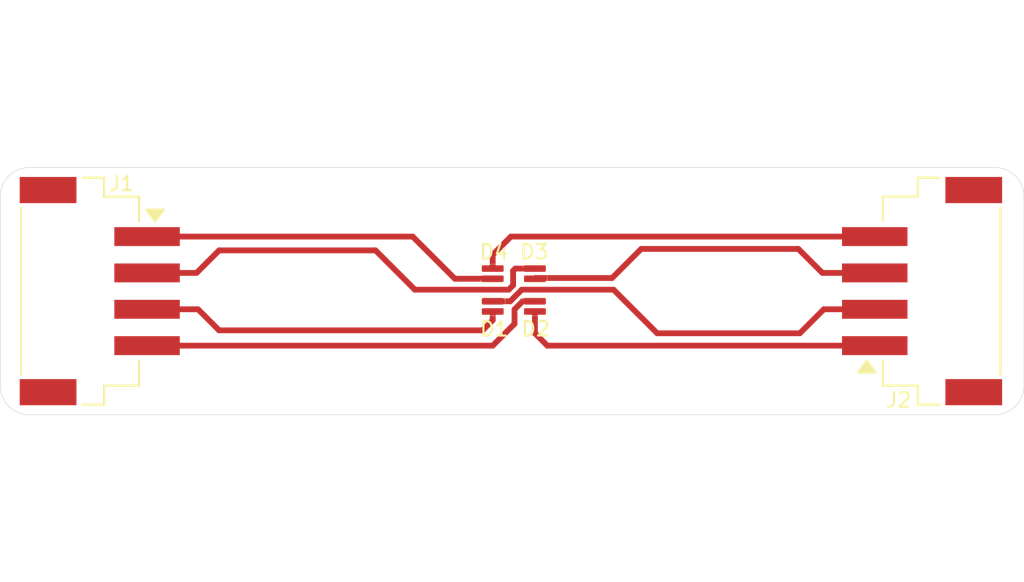
<source format=kicad_pcb>
(kicad_pcb (version 20221018) (generator pcbnew)
  (title_block (rev "1"))
  (layers (0 "F.Cu" signal "Front") (1 "In1.Cu" signal) (2 "In2.Cu" signal) (31 "B.Cu" signal "Back") (34 "B.Paste" user) (35 "F.Paste" user) (36 "B.SilkS" user "B.Silkscreen") (37 "F.SilkS" user "F.Silkscreen") (38 "B.Mask" user) (39 "F.Mask" user) (44 "Edge.Cuts" user))
  (net 0 "")
  (net 1 "Net-(D1-K)")
  (net 2 "Net-(D1-A)")
  (net 3 "Net-(D2-K)")
  (net 4 "Net-(D2-A)")
  (net 5 "Net-(D3-K)")
  (net 6 "Net-(D3-A)")
  (net 7 "Net-(D4-K)")
  (net 8 "Net-(D4-A)")
  (footprint "MountingHole:MountingHole_4.3mm_M4" (layer "F.Cu") (at 137.4 85.5)
    (fp_text reference "H2")
    (fp_text value "MountingHole")
    (pad "" np_thru_hole circle (at -0.1 0) (size 4.3 4.3) (drill 4.3) (layers "F&B.Cu" "*.Mask"))
  )
  (footprint "LED_SMD:Luxeon Z Color" (layer "F.Cu") (at 151.4 86.55 90)
    (fp_text reference "D2" (at -1.55 0.05 unlocked) (layer "F.SilkS"))
    (fp_text value "LED_Small")
    (fp_line (start -0.65 -0.85) (end -0.65 0.85) (stroke (width 0.02)) (layer "F.SilkS"))
    (fp_line (start -0.65 0.85) (end 0 0.85) (stroke (width 0.02)) (layer "F.SilkS"))
    (fp_line (start 0 -0.85) (end -0.65 -0.85) (stroke (width 0.02)) (layer "F.SilkS"))
    (fp_line (start 0.4 -0.85) (end 0.65 -0.85) (stroke (width 0.02)) (layer "F.SilkS"))
    (fp_line (start 0.65 -0.85) (end 0.65 -0.05) (stroke (width 0.02)) (layer "F.SilkS"))
    (fp_line (start 0.65 0.05) (end 0.65 0.85) (stroke (width 0.02)) (layer "F.SilkS"))
    (fp_line (start 0.65 0.85) (end 0.4 0.85) (stroke (width 0.02)) (layer "F.SilkS"))
    (fp_arc (start 0.65 0.05) (mid 0.6 0) (end 0.65 -0.05) (stroke (width 0.02)) (layer "F.SilkS"))
    (pad "1" smd roundrect (at -0.35 0 90) (size 0.45 1.5) (layers "F.Cu" "F.Paste" "F.Mask") (roundrect_rratio 0.1666666667) (net 3 "Net-(D2-K)"))
    (pad "2" smd roundrect (at 0.35 0 90) (size 0.45 1.5) (layers "F.Cu" "F.Paste" "F.Mask") (roundrect_rratio 0.1666666667) (net 4 "Net-(D2-A)"))
  )
  (footprint "random-internet-lib:S4B-XH-SM4-TB" (layer "F.Cu") (at 177 85.5 90)
    (fp_text reference "J2" (at -7.5 -0.6 180) (layer "F.SilkS"))
    (fp_text value "Conn_01x04_Socket")
    (fp_line (start -7.8 0.7) (end -6.5 0.7) (stroke (width 0.15)) (layer "F.SilkS"))
    (fp_line (start -7.8 2.2) (end -7.8 0.7) (stroke (width 0.15)) (layer "F.SilkS"))
    (fp_line (start -6.5 -1.7) (end -4.8 -1.7) (stroke (width 0.15)) (layer "F.SilkS"))
    (fp_line (start -6.5 0.7) (end -6.5 -1.7) (stroke (width 0.15)) (layer "F.SilkS"))
    (fp_line (start -5.75 6.4) (end 5.75 6.4) (stroke (width 0.15)) (layer "F.SilkS"))
    (fp_line (start -5.6 -3.4) (end -4.8 -2.8) (stroke (width 0.15)) (layer "F.SilkS"))
    (fp_line (start -5.6 -2.2) (end -5.6 -3.4) (stroke (width 0.15)) (layer "F.SilkS"))
    (fp_line (start -5.5 -3.2) (end -5.5 -2.4) (stroke (width 0.15)) (layer "F.SilkS"))
    (fp_line (start -5.4 -3.2) (end -5.4 -2.4) (stroke (width 0.15)) (layer "F.SilkS"))
    (fp_line (start -5.3 -3.1) (end -5.3 -2.5) (stroke (width 0.15)) (layer "F.SilkS"))
    (fp_line (start -5.2 -3) (end -5.2 -2.6) (stroke (width 0.15)) (layer "F.SilkS"))
    (fp_line (start -5.1 -2.9) (end -5.1 -2.7) (stroke (width 0.15)) (layer "F.SilkS"))
    (fp_line (start -5 -2.9) (end -5 -2.7) (stroke (width 0.15)) (layer "F.SilkS"))
    (fp_line (start -4.8 -2.8) (end -5.6 -2.2) (stroke (width 0.15)) (layer "F.SilkS"))
    (fp_line (start 4.8 -1.7) (end 6.5 -1.7) (stroke (width 0.15)) (layer "F.SilkS"))
    (fp_line (start 6.5 0.7) (end 6.5 -1.7) (stroke (width 0.15)) (layer "F.SilkS"))
    (fp_line (start 6.5 0.7) (end 7.8 0.7) (stroke (width 0.15)) (layer "F.SilkS"))
    (fp_line (start 7.8 2.2) (end 7.8 0.7) (stroke (width 0.15)) (layer "F.SilkS"))
    (pad "" smd rect (at -6.95 4.55 90) (size 1.8 3.9) (layers "F.Cu" "F.Paste" "F.Mask"))
    (pad "" smd rect (at 6.95 4.55 90) (size 1.8 3.9) (layers "F.Cu" "F.Paste" "F.Mask"))
    (pad "1" smd rect (at -3.75 -2.25 90) (size 1.3 4.5) (layers "F.Cu" "F.Paste" "F.Mask") (net 3 "Net-(D2-K)"))
    (pad "2" smd rect (at -1.25 -2.25 90) (size 1.3 4.5) (layers "F.Cu" "F.Paste" "F.Mask") (net 1 "Net-(D1-K)"))
    (pad "3" smd rect (at 1.25 -2.25 90) (size 1.3 4.5) (layers "F.Cu" "F.Paste" "F.Mask") (net 5 "Net-(D3-K)"))
    (pad "4" smd rect (at 3.75 -2.25 90) (size 1.3 4.5) (layers "F.Cu" "F.Paste" "F.Mask") (net 7 "Net-(D4-K)"))
  )
  (footprint "LED_SMD:Luxeon Z Color" (layer "F.Cu") (at 151.4 84.3 90)
    (fp_text reference "D3" (at 1.5 -0.05 unlocked) (layer "F.SilkS"))
    (fp_text value "LED_Small")
    (fp_line (start -0.65 -0.85) (end -0.65 0.85) (stroke (width 0.02)) (layer "F.SilkS"))
    (fp_line (start -0.65 0.85) (end 0 0.85) (stroke (width 0.02)) (layer "F.SilkS"))
    (fp_line (start 0 -0.85) (end -0.65 -0.85) (stroke (width 0.02)) (layer "F.SilkS"))
    (fp_line (start 0.4 -0.85) (end 0.65 -0.85) (stroke (width 0.02)) (layer "F.SilkS"))
    (fp_line (start 0.65 -0.85) (end 0.65 -0.05) (stroke (width 0.02)) (layer "F.SilkS"))
    (fp_line (start 0.65 0.05) (end 0.65 0.85) (stroke (width 0.02)) (layer "F.SilkS"))
    (fp_line (start 0.65 0.85) (end 0.4 0.85) (stroke (width 0.02)) (layer "F.SilkS"))
    (fp_arc (start 0.65 0.05) (mid 0.6 0) (end 0.65 -0.05) (stroke (width 0.02)) (layer "F.SilkS"))
    (pad "1" smd roundrect (at -0.35 0 90) (size 0.45 1.5) (layers "F.Cu" "F.Paste" "F.Mask") (roundrect_rratio 0.1666666667) (net 5 "Net-(D3-K)"))
    (pad "2" smd roundrect (at 0.35 0 90) (size 0.45 1.5) (layers "F.Cu" "F.Paste" "F.Mask") (roundrect_rratio 0.1666666667) (net 6 "Net-(D3-A)"))
  )
  (footprint "LED_SMD:Luxeon Z Color" (layer "F.Cu") (at 148.5 84.3 -90)
    (fp_text reference "D4" (at -1.5 -0.075 unlocked) (layer "F.SilkS"))
    (fp_text value "LED_Small")
    (fp_line (start -0.65 -0.85) (end -0.65 0.85) (stroke (width 0.02)) (layer "F.SilkS"))
    (fp_line (start -0.65 0.85) (end 0 0.85) (stroke (width 0.02)) (layer "F.SilkS"))
    (fp_line (start 0 -0.85) (end -0.65 -0.85) (stroke (width 0.02)) (layer "F.SilkS"))
    (fp_line (start 0.4 -0.85) (end 0.65 -0.85) (stroke (width 0.02)) (layer "F.SilkS"))
    (fp_line (start 0.65 -0.85) (end 0.65 -0.05) (stroke (width 0.02)) (layer "F.SilkS"))
    (fp_line (start 0.65 0.05) (end 0.65 0.85) (stroke (width 0.02)) (layer "F.SilkS"))
    (fp_line (start 0.65 0.85) (end 0.4 0.85) (stroke (width 0.02)) (layer "F.SilkS"))
    (fp_arc (start 0.65 0.05) (mid 0.6 0) (end 0.65 -0.05) (stroke (width 0.02)) (layer "F.SilkS"))
    (pad "1" smd roundrect (at -0.35 0 270) (size 0.45 1.5) (layers "F.Cu" "F.Paste" "F.Mask") (roundrect_rratio 0.1666666667) (net 7 "Net-(D4-K)"))
    (pad "2" smd roundrect (at 0.35 0 270) (size 0.45 1.5) (layers "F.Cu" "F.Paste" "F.Mask") (roundrect_rratio 0.1666666667) (net 8 "Net-(D4-A)"))
  )
  (footprint "MountingHole:MountingHole_4.3mm_M4" (layer "F.Cu") (at 164.5 85.9)
    (fp_text reference "H1")
    (fp_text value "MountingHole")
    (pad "" np_thru_hole circle (at -1.8 -0.4) (size 4.3 4.3) (drill 4.3) (layers "F&B.Cu" "*.Mask"))
  )
  (footprint "LED_SMD:Luxeon Z Color" (layer "F.Cu") (at 148.5 86.55 -90)
    (fp_text reference "D1" (at 1.55 -0.1 unlocked) (layer "F.SilkS"))
    (fp_text value "LED_Small")
    (fp_line (start -0.65 -0.85) (end -0.65 0.85) (stroke (width 0.02)) (layer "F.SilkS"))
    (fp_line (start -0.65 0.85) (end 0 0.85) (stroke (width 0.02)) (layer "F.SilkS"))
    (fp_line (start 0 -0.85) (end -0.65 -0.85) (stroke (width 0.02)) (layer "F.SilkS"))
    (fp_line (start 0.4 -0.85) (end 0.65 -0.85) (stroke (width 0.02)) (layer "F.SilkS"))
    (fp_line (start 0.65 -0.85) (end 0.65 -0.05) (stroke (width 0.02)) (layer "F.SilkS"))
    (fp_line (start 0.65 0.05) (end 0.65 0.85) (stroke (width 0.02)) (layer "F.SilkS"))
    (fp_line (start 0.65 0.85) (end 0.4 0.85) (stroke (width 0.02)) (layer "F.SilkS"))
    (fp_arc (start 0.65 0.05) (mid 0.6 0) (end 0.65 -0.05) (stroke (width 0.02)) (layer "F.SilkS"))
    (pad "1" smd roundrect (at -0.35 0 270) (size 0.45 1.5) (layers "F.Cu" "F.Paste" "F.Mask") (roundrect_rratio 0.1666666667) (net 1 "Net-(D1-K)"))
    (pad "2" smd roundrect (at 0.35 0 270) (size 0.45 1.5) (layers "F.Cu" "F.Paste" "F.Mask") (roundrect_rratio 0.1666666667) (net 2 "Net-(D1-A)"))
  )
  (footprint "random-internet-lib:S4B-XH-SM4-TB" (layer "F.Cu") (at 122.5 85.5 -90)
    (fp_text reference "J1" (at -7.4 -0.5) (layer "F.SilkS"))
    (fp_text value "Conn_01x04_Socket")
    (fp_line (start -7.8 0.7) (end -6.5 0.7) (stroke (width 0.15)) (layer "F.SilkS"))
    (fp_line (start -7.8 2.2) (end -7.8 0.7) (stroke (width 0.15)) (layer "F.SilkS"))
    (fp_line (start -6.5 -1.7) (end -4.8 -1.7) (stroke (width 0.15)) (layer "F.SilkS"))
    (fp_line (start -6.5 0.7) (end -6.5 -1.7) (stroke (width 0.15)) (layer "F.SilkS"))
    (fp_line (start -5.75 6.4) (end 5.75 6.4) (stroke (width 0.15)) (layer "F.SilkS"))
    (fp_line (start -5.6 -3.4) (end -4.8 -2.8) (stroke (width 0.15)) (layer "F.SilkS"))
    (fp_line (start -5.6 -2.2) (end -5.6 -3.4) (stroke (width 0.15)) (layer "F.SilkS"))
    (fp_line (start -5.5 -3.2) (end -5.5 -2.4) (stroke (width 0.15)) (layer "F.SilkS"))
    (fp_line (start -5.4 -3.2) (end -5.4 -2.4) (stroke (width 0.15)) (layer "F.SilkS"))
    (fp_line (start -5.3 -3.1) (end -5.3 -2.5) (stroke (width 0.15)) (layer "F.SilkS"))
    (fp_line (start -5.2 -3) (end -5.2 -2.6) (stroke (width 0.15)) (layer "F.SilkS"))
    (fp_line (start -5.1 -2.9) (end -5.1 -2.7) (stroke (width 0.15)) (layer "F.SilkS"))
    (fp_line (start -5 -2.9) (end -5 -2.7) (stroke (width 0.15)) (layer "F.SilkS"))
    (fp_line (start -4.8 -2.8) (end -5.6 -2.2) (stroke (width 0.15)) (layer "F.SilkS"))
    (fp_line (start 4.8 -1.7) (end 6.5 -1.7) (stroke (width 0.15)) (layer "F.SilkS"))
    (fp_line (start 6.5 0.7) (end 6.5 -1.7) (stroke (width 0.15)) (layer "F.SilkS"))
    (fp_line (start 6.5 0.7) (end 7.8 0.7) (stroke (width 0.15)) (layer "F.SilkS"))
    (fp_line (start 7.8 2.2) (end 7.8 0.7) (stroke (width 0.15)) (layer "F.SilkS"))
    (pad "" smd rect (at -6.95 4.55 270) (size 1.8 3.9) (layers "F.Cu" "F.Paste" "F.Mask"))
    (pad "" smd rect (at 6.95 4.55 270) (size 1.8 3.9) (layers "F.Cu" "F.Paste" "F.Mask"))
    (pad "1" smd rect (at -3.75 -2.25 270) (size 1.3 4.5) (layers "F.Cu" "F.Paste" "F.Mask") (net 8 "Net-(D4-A)"))
    (pad "2" smd rect (at -1.25 -2.25 270) (size 1.3 4.5) (layers "F.Cu" "F.Paste" "F.Mask") (net 6 "Net-(D3-A)"))
    (pad "3" smd rect (at 1.25 -2.25 270) (size 1.3 4.5) (layers "F.Cu" "F.Paste" "F.Mask") (net 2 "Net-(D1-A)"))
    (pad "4" smd rect (at 3.75 -2.25 270) (size 1.3 4.5) (layers "F.Cu" "F.Paste" "F.Mask") (net 4 "Net-(D2-A)"))
  )
  (gr_arc (start 185 92) (mid 184.414214 93.414214) (end 183 94) (stroke (width 0.0381)) (layer "Edge.Cuts"))
  (gr_line (start 116.664214 77) (end 183 77) (stroke (width 0.0381)) (layer "Edge.Cuts"))
  (gr_line (start 185 79) (end 185 92) (stroke (width 0.0381)) (layer "Edge.Cuts"))
  (gr_line (start 114.664214 92) (end 114.664214 79) (stroke (width 0.0381)) (layer "Edge.Cuts"))
  (gr_line (start 183 94) (end 116.664214 94) (stroke (width 0.0381)) (layer "Edge.Cuts"))
  (gr_arc (start 114.664214 79) (mid 115.25 77.585786) (end 116.664214 77) (stroke (width 0.0381)) (layer "Edge.Cuts"))
  (gr_arc (start 183 77) (mid 184.414214 77.585786) (end 185 79) (stroke (width 0.0381)) (layer "Edge.Cuts"))
  (gr_arc (start 116.664214 94) (mid 115.25 93.414214) (end 114.664214 92) (stroke (width 0.0381)) (layer "Edge.Cuts"))
  (segment (start 169.6 88.4) (end 171.25 86.75) (width 0.4) (layer "F.Cu") (net 1))
  (segment (start 149.7 86.2) (end 150.5 85.4) (width 0.4) (layer "F.Cu") (net 1))
  (segment (start 156.8 85.4) (end 159.8 88.4) (width 0.4) (layer "F.Cu") (net 1))
  (segment (start 159.8 88.4) (end 169.6 88.4) (width 0.4) (layer "F.Cu") (net 1))
  (segment (start 150.5 85.4) (end 156.8 85.4) (width 0.4) (layer "F.Cu") (net 1))
  (segment (start 148.5 86.2) (end 149.7 86.2) (width 0.4) (layer "F.Cu") (net 1))
  (segment (start 171.25 86.75) (end 174.75 86.75) (width 0.4) (layer "F.Cu") (net 1))
  (segment (start 124.75 86.75) (end 128.25 86.75) (width 0.4) (layer "F.Cu") (net 2))
  (segment (start 148.5 87.5) (end 148.5 86.9) (width 0.4) (layer "F.Cu") (net 2))
  (segment (start 147.8 88.2) (end 148.5 87.5) (width 0.4) (layer "F.Cu") (net 2))
  (segment (start 128.25 86.75) (end 129.7 88.2) (width 0.4) (layer "F.Cu") (net 2))
  (segment (start 129.7 88.2) (end 147.8 88.2) (width 0.4) (layer "F.Cu") (net 2))
  (segment (start 151.4 88.4) (end 152.25 89.25) (width 0.4) (layer "F.Cu") (net 3))
  (segment (start 151.4 86.9) (end 151.4 88.4) (width 0.4) (layer "F.Cu") (net 3))
  (segment (start 152.25 89.25) (end 174.75 89.25) (width 0.4) (layer "F.Cu") (net 3))
  (segment (start 150 86.753243) (end 150.553243 86.2) (width 0.4) (layer "F.Cu") (net 4))
  (segment (start 124.75 89.25) (end 148.5 89.25) (width 0.4) (layer "F.Cu") (net 4))
  (segment (start 148.5 89.25) (end 150 87.75) (width 0.4) (layer "F.Cu") (net 4))
  (segment (start 150.553243 86.2) (end 151.4 86.2) (width 0.4) (layer "F.Cu") (net 4))
  (segment (start 150 87.75) (end 150 86.753243) (width 0.4) (layer "F.Cu") (net 4))
  (segment (start 169.5 82.6) (end 171.15 84.25) (width 0.4) (layer "F.Cu") (net 5))
  (segment (start 151.45 84.6) (end 156.7 84.6) (width 0.4) (layer "F.Cu") (net 5))
  (segment (start 171.15 84.25) (end 174.75 84.25) (width 0.4) (layer "F.Cu") (net 5))
  (segment (start 158.7 82.6) (end 169.5 82.6) (width 0.4) (layer "F.Cu") (net 5))
  (segment (start 151.4 84.65) (end 151.45 84.6) (width 0.4) (layer "F.Cu") (net 5))
  (segment (start 156.7 84.6) (end 158.7 82.6) (width 0.4) (layer "F.Cu") (net 5))
  (segment (start 150.05 83.95) (end 151.4 83.95) (width 0.4) (layer "F.Cu") (net 6))
  (segment (start 143.15 85.4) (end 149.6 85.4) (width 0.4) (layer "F.Cu") (net 6))
  (segment (start 124.75 84.25) (end 128.15 84.25) (width 0.4) (layer "F.Cu") (net 6))
  (segment (start 140.45 82.7) (end 143.15 85.4) (width 0.4) (layer "F.Cu") (net 6))
  (segment (start 149.6 85.4) (end 149.9 85.1) (width 0.4) (layer "F.Cu") (net 6))
  (segment (start 128.15 84.25) (end 129.7 82.7) (width 0.4) (layer "F.Cu") (net 6))
  (segment (start 149.9 85.1) (end 149.9 84.1) (width 0.4) (layer "F.Cu") (net 6))
  (segment (start 149.9 84.1) (end 150.05 83.95) (width 0.4) (layer "F.Cu") (net 6))
  (segment (start 129.7 82.7) (end 140.45 82.7) (width 0.4) (layer "F.Cu") (net 6))
  (segment (start 148.5 83) (end 149.75 81.75) (width 0.4) (layer "F.Cu") (net 7))
  (segment (start 149.75 81.75) (end 174.75 81.75) (width 0.4) (layer "F.Cu") (net 7))
  (segment (start 148.5 83.95) (end 148.5 83) (width 0.4) (layer "F.Cu") (net 7))
  (segment (start 124.75 81.75) (end 143 81.75) (width 0.4) (layer "F.Cu") (net 8))
  (segment (start 145.9 84.65) (end 148.5 84.65) (width 0.4) (layer "F.Cu") (net 8))
  (segment (start 143 81.75) (end 145.9 84.65) (width 0.4) (layer "F.Cu") (net 8))
)
</source>
